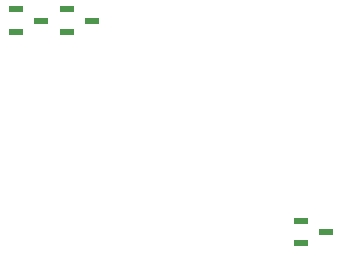
<source format=gbr>
G04 #@! TF.GenerationSoftware,KiCad,Pcbnew,(5.1.8-0-10_14)*
G04 #@! TF.CreationDate,2021-01-24T00:18:35+01:00*
G04 #@! TF.ProjectId,bat,6261742e-6b69-4636-9164-5f7063625858,rev?*
G04 #@! TF.SameCoordinates,Original*
G04 #@! TF.FileFunction,Paste,Top*
G04 #@! TF.FilePolarity,Positive*
%FSLAX46Y46*%
G04 Gerber Fmt 4.6, Leading zero omitted, Abs format (unit mm)*
G04 Created by KiCad (PCBNEW (5.1.8-0-10_14)) date 2021-01-24 00:18:35*
%MOMM*%
%LPD*%
G01*
G04 APERTURE LIST*
%ADD10R,1.300000X0.600000*%
G04 APERTURE END LIST*
D10*
X79087000Y-99126000D03*
X79087000Y-101026000D03*
X81187000Y-100076000D03*
X74735000Y-99126000D03*
X74735000Y-101026000D03*
X76835000Y-100076000D03*
X98899000Y-117033000D03*
X98899000Y-118933000D03*
X100999000Y-117983000D03*
M02*

</source>
